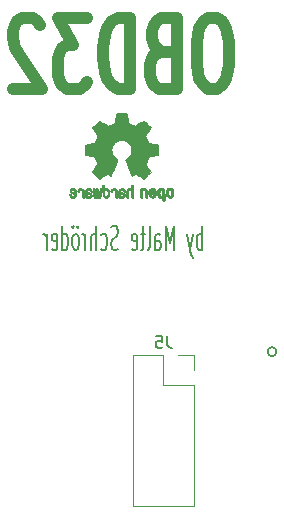
<source format=gbo>
G04 #@! TF.GenerationSoftware,KiCad,Pcbnew,5.1.10*
G04 #@! TF.CreationDate,2021-05-11T19:26:58+02:00*
G04 #@! TF.ProjectId,obd32,6f626433-322e-46b6-9963-61645f706362,rev?*
G04 #@! TF.SameCoordinates,Original*
G04 #@! TF.FileFunction,Legend,Bot*
G04 #@! TF.FilePolarity,Positive*
%FSLAX46Y46*%
G04 Gerber Fmt 4.6, Leading zero omitted, Abs format (unit mm)*
G04 Created by KiCad (PCBNEW 5.1.10) date 2021-05-11 19:26:58*
%MOMM*%
%LPD*%
G01*
G04 APERTURE LIST*
%ADD10C,0.150000*%
%ADD11C,1.000000*%
%ADD12C,0.010000*%
%ADD13C,0.120000*%
%ADD14C,0.152400*%
G04 APERTURE END LIST*
D10*
X239267166Y-90630261D02*
X239267166Y-88630261D01*
X239267166Y-89392166D02*
X239171928Y-89296928D01*
X238981452Y-89296928D01*
X238886214Y-89392166D01*
X238838595Y-89487404D01*
X238790976Y-89677880D01*
X238790976Y-90249309D01*
X238838595Y-90439785D01*
X238886214Y-90535023D01*
X238981452Y-90630261D01*
X239171928Y-90630261D01*
X239267166Y-90535023D01*
X238457642Y-89296928D02*
X238219547Y-90630261D01*
X237981452Y-89296928D02*
X238219547Y-90630261D01*
X238314785Y-91106452D01*
X238362404Y-91201690D01*
X238457642Y-91296928D01*
X236838595Y-90630261D02*
X236838595Y-88630261D01*
X236505261Y-90058833D01*
X236171928Y-88630261D01*
X236171928Y-90630261D01*
X235267166Y-90630261D02*
X235267166Y-89582642D01*
X235314785Y-89392166D01*
X235410023Y-89296928D01*
X235600500Y-89296928D01*
X235695738Y-89392166D01*
X235267166Y-90535023D02*
X235362404Y-90630261D01*
X235600500Y-90630261D01*
X235695738Y-90535023D01*
X235743357Y-90344547D01*
X235743357Y-90154071D01*
X235695738Y-89963595D01*
X235600500Y-89868357D01*
X235362404Y-89868357D01*
X235267166Y-89773119D01*
X234648119Y-90630261D02*
X234743357Y-90535023D01*
X234790976Y-90344547D01*
X234790976Y-88630261D01*
X234410023Y-89296928D02*
X234029071Y-89296928D01*
X234267166Y-88630261D02*
X234267166Y-90344547D01*
X234219547Y-90535023D01*
X234124309Y-90630261D01*
X234029071Y-90630261D01*
X233314785Y-90535023D02*
X233410023Y-90630261D01*
X233600500Y-90630261D01*
X233695738Y-90535023D01*
X233743357Y-90344547D01*
X233743357Y-89582642D01*
X233695738Y-89392166D01*
X233600500Y-89296928D01*
X233410023Y-89296928D01*
X233314785Y-89392166D01*
X233267166Y-89582642D01*
X233267166Y-89773119D01*
X233743357Y-89963595D01*
X232124309Y-90535023D02*
X231981452Y-90630261D01*
X231743357Y-90630261D01*
X231648119Y-90535023D01*
X231600500Y-90439785D01*
X231552880Y-90249309D01*
X231552880Y-90058833D01*
X231600500Y-89868357D01*
X231648119Y-89773119D01*
X231743357Y-89677880D01*
X231933833Y-89582642D01*
X232029071Y-89487404D01*
X232076690Y-89392166D01*
X232124309Y-89201690D01*
X232124309Y-89011214D01*
X232076690Y-88820738D01*
X232029071Y-88725500D01*
X231933833Y-88630261D01*
X231695738Y-88630261D01*
X231552880Y-88725500D01*
X230695738Y-90535023D02*
X230790976Y-90630261D01*
X230981452Y-90630261D01*
X231076690Y-90535023D01*
X231124309Y-90439785D01*
X231171928Y-90249309D01*
X231171928Y-89677880D01*
X231124309Y-89487404D01*
X231076690Y-89392166D01*
X230981452Y-89296928D01*
X230790976Y-89296928D01*
X230695738Y-89392166D01*
X230267166Y-90630261D02*
X230267166Y-88630261D01*
X229838595Y-90630261D02*
X229838595Y-89582642D01*
X229886214Y-89392166D01*
X229981452Y-89296928D01*
X230124309Y-89296928D01*
X230219547Y-89392166D01*
X230267166Y-89487404D01*
X229362404Y-90630261D02*
X229362404Y-89296928D01*
X229362404Y-89677880D02*
X229314785Y-89487404D01*
X229267166Y-89392166D01*
X229171928Y-89296928D01*
X229076690Y-89296928D01*
X228600500Y-90630261D02*
X228695738Y-90535023D01*
X228743357Y-90439785D01*
X228790976Y-90249309D01*
X228790976Y-89677880D01*
X228743357Y-89487404D01*
X228695738Y-89392166D01*
X228600500Y-89296928D01*
X228457642Y-89296928D01*
X228362404Y-89392166D01*
X228314785Y-89487404D01*
X228267166Y-89677880D01*
X228267166Y-90249309D01*
X228314785Y-90439785D01*
X228362404Y-90535023D01*
X228457642Y-90630261D01*
X228600500Y-90630261D01*
X228695738Y-88630261D02*
X228648119Y-88725500D01*
X228695738Y-88820738D01*
X228743357Y-88725500D01*
X228695738Y-88630261D01*
X228695738Y-88820738D01*
X228314785Y-88630261D02*
X228267166Y-88725500D01*
X228314785Y-88820738D01*
X228362404Y-88725500D01*
X228314785Y-88630261D01*
X228314785Y-88820738D01*
X227410023Y-90630261D02*
X227410023Y-88630261D01*
X227410023Y-90535023D02*
X227505261Y-90630261D01*
X227695738Y-90630261D01*
X227790976Y-90535023D01*
X227838595Y-90439785D01*
X227886214Y-90249309D01*
X227886214Y-89677880D01*
X227838595Y-89487404D01*
X227790976Y-89392166D01*
X227695738Y-89296928D01*
X227505261Y-89296928D01*
X227410023Y-89392166D01*
X226552880Y-90535023D02*
X226648119Y-90630261D01*
X226838595Y-90630261D01*
X226933833Y-90535023D01*
X226981452Y-90344547D01*
X226981452Y-89582642D01*
X226933833Y-89392166D01*
X226838595Y-89296928D01*
X226648119Y-89296928D01*
X226552880Y-89392166D01*
X226505261Y-89582642D01*
X226505261Y-89773119D01*
X226981452Y-89963595D01*
X226076690Y-90630261D02*
X226076690Y-89296928D01*
X226076690Y-89677880D02*
X226029071Y-89487404D01*
X225981452Y-89392166D01*
X225886214Y-89296928D01*
X225790976Y-89296928D01*
D11*
X240536976Y-71009285D02*
X239775071Y-71009285D01*
X239394119Y-71295000D01*
X239013166Y-71866428D01*
X238822690Y-73009285D01*
X238822690Y-75009285D01*
X239013166Y-76152142D01*
X239394119Y-76723571D01*
X239775071Y-77009285D01*
X240536976Y-77009285D01*
X240917928Y-76723571D01*
X241298880Y-76152142D01*
X241489357Y-75009285D01*
X241489357Y-73009285D01*
X241298880Y-71866428D01*
X240917928Y-71295000D01*
X240536976Y-71009285D01*
X235775071Y-73866428D02*
X235203642Y-74152142D01*
X235013166Y-74437857D01*
X234822690Y-75009285D01*
X234822690Y-75866428D01*
X235013166Y-76437857D01*
X235203642Y-76723571D01*
X235584595Y-77009285D01*
X237108404Y-77009285D01*
X237108404Y-71009285D01*
X235775071Y-71009285D01*
X235394119Y-71295000D01*
X235203642Y-71580714D01*
X235013166Y-72152142D01*
X235013166Y-72723571D01*
X235203642Y-73295000D01*
X235394119Y-73580714D01*
X235775071Y-73866428D01*
X237108404Y-73866428D01*
X233108404Y-77009285D02*
X233108404Y-71009285D01*
X232156023Y-71009285D01*
X231584595Y-71295000D01*
X231203642Y-71866428D01*
X231013166Y-72437857D01*
X230822690Y-73580714D01*
X230822690Y-74437857D01*
X231013166Y-75580714D01*
X231203642Y-76152142D01*
X231584595Y-76723571D01*
X232156023Y-77009285D01*
X233108404Y-77009285D01*
X229489357Y-71009285D02*
X227013166Y-71009285D01*
X228346500Y-73295000D01*
X227775071Y-73295000D01*
X227394119Y-73580714D01*
X227203642Y-73866428D01*
X227013166Y-74437857D01*
X227013166Y-75866428D01*
X227203642Y-76437857D01*
X227394119Y-76723571D01*
X227775071Y-77009285D01*
X228917928Y-77009285D01*
X229298880Y-76723571D01*
X229489357Y-76437857D01*
X225489357Y-71580714D02*
X225298880Y-71295000D01*
X224917928Y-71009285D01*
X223965547Y-71009285D01*
X223584595Y-71295000D01*
X223394119Y-71580714D01*
X223203642Y-72152142D01*
X223203642Y-72723571D01*
X223394119Y-73580714D01*
X225679833Y-77009285D01*
X223203642Y-77009285D01*
D12*
G36*
X232270122Y-79091776D02*
G01*
X232164388Y-79092355D01*
X232087868Y-79093922D01*
X232035628Y-79096972D01*
X232002737Y-79101996D01*
X231984263Y-79109489D01*
X231975273Y-79119944D01*
X231970837Y-79133853D01*
X231970406Y-79135654D01*
X231963667Y-79168145D01*
X231951192Y-79232252D01*
X231934281Y-79321151D01*
X231914229Y-79428019D01*
X231892336Y-79546033D01*
X231891571Y-79550178D01*
X231869641Y-79665831D01*
X231849123Y-79768014D01*
X231831341Y-79850598D01*
X231817619Y-79907456D01*
X231809282Y-79932458D01*
X231808884Y-79932901D01*
X231784323Y-79945110D01*
X231733685Y-79965456D01*
X231667905Y-79989545D01*
X231667539Y-79989674D01*
X231584683Y-80020818D01*
X231487000Y-80060491D01*
X231394923Y-80100381D01*
X231390566Y-80102353D01*
X231240593Y-80170420D01*
X230908502Y-79943639D01*
X230806626Y-79874504D01*
X230714343Y-79812697D01*
X230636997Y-79761733D01*
X230579936Y-79725127D01*
X230548505Y-79706394D01*
X230545521Y-79705004D01*
X230522679Y-79711190D01*
X230480018Y-79741035D01*
X230415872Y-79795947D01*
X230328579Y-79877334D01*
X230239465Y-79963922D01*
X230153559Y-80049247D01*
X230076673Y-80127108D01*
X230013436Y-80192697D01*
X229968477Y-80241205D01*
X229946424Y-80267825D01*
X229945604Y-80269195D01*
X229943166Y-80287463D01*
X229952350Y-80317295D01*
X229975426Y-80362721D01*
X230014663Y-80427770D01*
X230072330Y-80516470D01*
X230149205Y-80630657D01*
X230217430Y-80731162D01*
X230278418Y-80821303D01*
X230328644Y-80895849D01*
X230364584Y-80949565D01*
X230382713Y-80977218D01*
X230383854Y-80979095D01*
X230381641Y-81005590D01*
X230364862Y-81057086D01*
X230336858Y-81123851D01*
X230326878Y-81145172D01*
X230283328Y-81240159D01*
X230236866Y-81347937D01*
X230199123Y-81441192D01*
X230171927Y-81510406D01*
X230150325Y-81563006D01*
X230137842Y-81590497D01*
X230136291Y-81592616D01*
X230113332Y-81596124D01*
X230059214Y-81605738D01*
X229981132Y-81620089D01*
X229886281Y-81637807D01*
X229781857Y-81657525D01*
X229675056Y-81677874D01*
X229573074Y-81697486D01*
X229483106Y-81714991D01*
X229412347Y-81729022D01*
X229367994Y-81738209D01*
X229357115Y-81740807D01*
X229345878Y-81747218D01*
X229337395Y-81761697D01*
X229331286Y-81789133D01*
X229327168Y-81834411D01*
X229324659Y-81902420D01*
X229323379Y-81998047D01*
X229322946Y-82126180D01*
X229322923Y-82178701D01*
X229322923Y-82605845D01*
X229425500Y-82626091D01*
X229482569Y-82637070D01*
X229567731Y-82653095D01*
X229670628Y-82672233D01*
X229780904Y-82692551D01*
X229811385Y-82698132D01*
X229913145Y-82717917D01*
X230001795Y-82737373D01*
X230069892Y-82754697D01*
X230109996Y-82768088D01*
X230116677Y-82772079D01*
X230133081Y-82800342D01*
X230156601Y-82855109D01*
X230182684Y-82925588D01*
X230187858Y-82940769D01*
X230222044Y-83034896D01*
X230264477Y-83141101D01*
X230306003Y-83236473D01*
X230306208Y-83236916D01*
X230375360Y-83386525D01*
X229920488Y-84055617D01*
X230212500Y-84348116D01*
X230300820Y-84435170D01*
X230381375Y-84511909D01*
X230449640Y-84574237D01*
X230501092Y-84618056D01*
X230531206Y-84639270D01*
X230535526Y-84640616D01*
X230560889Y-84630016D01*
X230612642Y-84600547D01*
X230685132Y-84555705D01*
X230772706Y-84498984D01*
X230867388Y-84435462D01*
X230963484Y-84370668D01*
X231049163Y-84314287D01*
X231118984Y-84269788D01*
X231167506Y-84240639D01*
X231189218Y-84230308D01*
X231215707Y-84239050D01*
X231265938Y-84262087D01*
X231329549Y-84294631D01*
X231336292Y-84298249D01*
X231421954Y-84341210D01*
X231480694Y-84362279D01*
X231517228Y-84362503D01*
X231536269Y-84342928D01*
X231536380Y-84342654D01*
X231545898Y-84319472D01*
X231568597Y-84264441D01*
X231602718Y-84181822D01*
X231646500Y-84075872D01*
X231698184Y-83950852D01*
X231756008Y-83811020D01*
X231812009Y-83675637D01*
X231873553Y-83526234D01*
X231930061Y-83387832D01*
X231979839Y-83264673D01*
X232021194Y-83161002D01*
X232052432Y-83081059D01*
X232071859Y-83029088D01*
X232077846Y-83009692D01*
X232062832Y-82987443D01*
X232023561Y-82951982D01*
X231971193Y-82912887D01*
X231822059Y-82789245D01*
X231705489Y-82647522D01*
X231622882Y-82490704D01*
X231575634Y-82321775D01*
X231565143Y-82143722D01*
X231572769Y-82061539D01*
X231614318Y-81891031D01*
X231685877Y-81740459D01*
X231783005Y-81611309D01*
X231901266Y-81505064D01*
X232036220Y-81423210D01*
X232183429Y-81367232D01*
X232338456Y-81338615D01*
X232496861Y-81338844D01*
X232654206Y-81369405D01*
X232806054Y-81431782D01*
X232947965Y-81527460D01*
X233007197Y-81581572D01*
X233120797Y-81720520D01*
X233199894Y-81872361D01*
X233245014Y-82032667D01*
X233256684Y-82197012D01*
X233235431Y-82360971D01*
X233181780Y-82520118D01*
X233096260Y-82670025D01*
X232979395Y-82806267D01*
X232848807Y-82912887D01*
X232794412Y-82953642D01*
X232755986Y-82988718D01*
X232742154Y-83009726D01*
X232749397Y-83032635D01*
X232769995Y-83087365D01*
X232802254Y-83169672D01*
X232844479Y-83275315D01*
X232894977Y-83400050D01*
X232952052Y-83539636D01*
X233008146Y-83675670D01*
X233070033Y-83825201D01*
X233127356Y-83963767D01*
X233178356Y-84087107D01*
X233221273Y-84190964D01*
X233254347Y-84271080D01*
X233275819Y-84323195D01*
X233283775Y-84342654D01*
X233302571Y-84362423D01*
X233338926Y-84362365D01*
X233397521Y-84341441D01*
X233483032Y-84298613D01*
X233483708Y-84298249D01*
X233548093Y-84265012D01*
X233600139Y-84240802D01*
X233629488Y-84230404D01*
X233630783Y-84230308D01*
X233652876Y-84240855D01*
X233701652Y-84270184D01*
X233771669Y-84314827D01*
X233857486Y-84371314D01*
X233952612Y-84435462D01*
X234049460Y-84500411D01*
X234136747Y-84556896D01*
X234208819Y-84601421D01*
X234260023Y-84630490D01*
X234284474Y-84640616D01*
X234306990Y-84627307D01*
X234352258Y-84590112D01*
X234415756Y-84533128D01*
X234492961Y-84460449D01*
X234579349Y-84376171D01*
X234607601Y-84348016D01*
X234899713Y-84055416D01*
X234677369Y-83729104D01*
X234609798Y-83628897D01*
X234550493Y-83538963D01*
X234502783Y-83464510D01*
X234469993Y-83410751D01*
X234455452Y-83382894D01*
X234455026Y-83380912D01*
X234462692Y-83354655D01*
X234483311Y-83301837D01*
X234513315Y-83231310D01*
X234534375Y-83184093D01*
X234573752Y-83093694D01*
X234610835Y-83002366D01*
X234639585Y-82925200D01*
X234647395Y-82901692D01*
X234669583Y-82838916D01*
X234691273Y-82790411D01*
X234703187Y-82772079D01*
X234729477Y-82760859D01*
X234786858Y-82744954D01*
X234867882Y-82726167D01*
X234965105Y-82706299D01*
X235008615Y-82698132D01*
X235119104Y-82677829D01*
X235225084Y-82658170D01*
X235316199Y-82641088D01*
X235382092Y-82628518D01*
X235394500Y-82626091D01*
X235497077Y-82605845D01*
X235497077Y-82178701D01*
X235496847Y-82038246D01*
X235495901Y-81931979D01*
X235493859Y-81855013D01*
X235490338Y-81802460D01*
X235484957Y-81769433D01*
X235477334Y-81751045D01*
X235467088Y-81742408D01*
X235462885Y-81740807D01*
X235437530Y-81735127D01*
X235381516Y-81723795D01*
X235302036Y-81708179D01*
X235206288Y-81689647D01*
X235101467Y-81669569D01*
X234994768Y-81649312D01*
X234893387Y-81630246D01*
X234804521Y-81613739D01*
X234735363Y-81601159D01*
X234693111Y-81593875D01*
X234683710Y-81592616D01*
X234675193Y-81575763D01*
X234656340Y-81530870D01*
X234630676Y-81466430D01*
X234620877Y-81441192D01*
X234581352Y-81343686D01*
X234534808Y-81235959D01*
X234493123Y-81145172D01*
X234462450Y-81075753D01*
X234442044Y-81018710D01*
X234435232Y-80983777D01*
X234436318Y-80979095D01*
X234450715Y-80956991D01*
X234483588Y-80907831D01*
X234531410Y-80836848D01*
X234590652Y-80749278D01*
X234657785Y-80650357D01*
X234671059Y-80630830D01*
X234748954Y-80515140D01*
X234806213Y-80427044D01*
X234845119Y-80362486D01*
X234867956Y-80317411D01*
X234877006Y-80287763D01*
X234874552Y-80269485D01*
X234874489Y-80269369D01*
X234855173Y-80245361D01*
X234812449Y-80198947D01*
X234750949Y-80134937D01*
X234675302Y-80058145D01*
X234590139Y-79973382D01*
X234580535Y-79963922D01*
X234473210Y-79859989D01*
X234390385Y-79783675D01*
X234330395Y-79733571D01*
X234291577Y-79708270D01*
X234274480Y-79705004D01*
X234249527Y-79719250D01*
X234197745Y-79752156D01*
X234124480Y-79800208D01*
X234035080Y-79859890D01*
X233934889Y-79927688D01*
X233911499Y-79943639D01*
X233579407Y-80170420D01*
X233429435Y-80102353D01*
X233338230Y-80062685D01*
X233240331Y-80022791D01*
X233156169Y-79990983D01*
X233152462Y-79989674D01*
X233086631Y-79965576D01*
X233035884Y-79945200D01*
X233011158Y-79932936D01*
X233011116Y-79932901D01*
X233003271Y-79910734D01*
X232989934Y-79856217D01*
X232972430Y-79775480D01*
X232952083Y-79674650D01*
X232930218Y-79559856D01*
X232928429Y-79550178D01*
X232906496Y-79431904D01*
X232886360Y-79324542D01*
X232869320Y-79234917D01*
X232856672Y-79169851D01*
X232849716Y-79136168D01*
X232849594Y-79135654D01*
X232845361Y-79121325D01*
X232837129Y-79110507D01*
X232819967Y-79102706D01*
X232788942Y-79097429D01*
X232739122Y-79094182D01*
X232665576Y-79092472D01*
X232563371Y-79091807D01*
X232427575Y-79091693D01*
X232410000Y-79091692D01*
X232270122Y-79091776D01*
G37*
X232270122Y-79091776D02*
X232164388Y-79092355D01*
X232087868Y-79093922D01*
X232035628Y-79096972D01*
X232002737Y-79101996D01*
X231984263Y-79109489D01*
X231975273Y-79119944D01*
X231970837Y-79133853D01*
X231970406Y-79135654D01*
X231963667Y-79168145D01*
X231951192Y-79232252D01*
X231934281Y-79321151D01*
X231914229Y-79428019D01*
X231892336Y-79546033D01*
X231891571Y-79550178D01*
X231869641Y-79665831D01*
X231849123Y-79768014D01*
X231831341Y-79850598D01*
X231817619Y-79907456D01*
X231809282Y-79932458D01*
X231808884Y-79932901D01*
X231784323Y-79945110D01*
X231733685Y-79965456D01*
X231667905Y-79989545D01*
X231667539Y-79989674D01*
X231584683Y-80020818D01*
X231487000Y-80060491D01*
X231394923Y-80100381D01*
X231390566Y-80102353D01*
X231240593Y-80170420D01*
X230908502Y-79943639D01*
X230806626Y-79874504D01*
X230714343Y-79812697D01*
X230636997Y-79761733D01*
X230579936Y-79725127D01*
X230548505Y-79706394D01*
X230545521Y-79705004D01*
X230522679Y-79711190D01*
X230480018Y-79741035D01*
X230415872Y-79795947D01*
X230328579Y-79877334D01*
X230239465Y-79963922D01*
X230153559Y-80049247D01*
X230076673Y-80127108D01*
X230013436Y-80192697D01*
X229968477Y-80241205D01*
X229946424Y-80267825D01*
X229945604Y-80269195D01*
X229943166Y-80287463D01*
X229952350Y-80317295D01*
X229975426Y-80362721D01*
X230014663Y-80427770D01*
X230072330Y-80516470D01*
X230149205Y-80630657D01*
X230217430Y-80731162D01*
X230278418Y-80821303D01*
X230328644Y-80895849D01*
X230364584Y-80949565D01*
X230382713Y-80977218D01*
X230383854Y-80979095D01*
X230381641Y-81005590D01*
X230364862Y-81057086D01*
X230336858Y-81123851D01*
X230326878Y-81145172D01*
X230283328Y-81240159D01*
X230236866Y-81347937D01*
X230199123Y-81441192D01*
X230171927Y-81510406D01*
X230150325Y-81563006D01*
X230137842Y-81590497D01*
X230136291Y-81592616D01*
X230113332Y-81596124D01*
X230059214Y-81605738D01*
X229981132Y-81620089D01*
X229886281Y-81637807D01*
X229781857Y-81657525D01*
X229675056Y-81677874D01*
X229573074Y-81697486D01*
X229483106Y-81714991D01*
X229412347Y-81729022D01*
X229367994Y-81738209D01*
X229357115Y-81740807D01*
X229345878Y-81747218D01*
X229337395Y-81761697D01*
X229331286Y-81789133D01*
X229327168Y-81834411D01*
X229324659Y-81902420D01*
X229323379Y-81998047D01*
X229322946Y-82126180D01*
X229322923Y-82178701D01*
X229322923Y-82605845D01*
X229425500Y-82626091D01*
X229482569Y-82637070D01*
X229567731Y-82653095D01*
X229670628Y-82672233D01*
X229780904Y-82692551D01*
X229811385Y-82698132D01*
X229913145Y-82717917D01*
X230001795Y-82737373D01*
X230069892Y-82754697D01*
X230109996Y-82768088D01*
X230116677Y-82772079D01*
X230133081Y-82800342D01*
X230156601Y-82855109D01*
X230182684Y-82925588D01*
X230187858Y-82940769D01*
X230222044Y-83034896D01*
X230264477Y-83141101D01*
X230306003Y-83236473D01*
X230306208Y-83236916D01*
X230375360Y-83386525D01*
X229920488Y-84055617D01*
X230212500Y-84348116D01*
X230300820Y-84435170D01*
X230381375Y-84511909D01*
X230449640Y-84574237D01*
X230501092Y-84618056D01*
X230531206Y-84639270D01*
X230535526Y-84640616D01*
X230560889Y-84630016D01*
X230612642Y-84600547D01*
X230685132Y-84555705D01*
X230772706Y-84498984D01*
X230867388Y-84435462D01*
X230963484Y-84370668D01*
X231049163Y-84314287D01*
X231118984Y-84269788D01*
X231167506Y-84240639D01*
X231189218Y-84230308D01*
X231215707Y-84239050D01*
X231265938Y-84262087D01*
X231329549Y-84294631D01*
X231336292Y-84298249D01*
X231421954Y-84341210D01*
X231480694Y-84362279D01*
X231517228Y-84362503D01*
X231536269Y-84342928D01*
X231536380Y-84342654D01*
X231545898Y-84319472D01*
X231568597Y-84264441D01*
X231602718Y-84181822D01*
X231646500Y-84075872D01*
X231698184Y-83950852D01*
X231756008Y-83811020D01*
X231812009Y-83675637D01*
X231873553Y-83526234D01*
X231930061Y-83387832D01*
X231979839Y-83264673D01*
X232021194Y-83161002D01*
X232052432Y-83081059D01*
X232071859Y-83029088D01*
X232077846Y-83009692D01*
X232062832Y-82987443D01*
X232023561Y-82951982D01*
X231971193Y-82912887D01*
X231822059Y-82789245D01*
X231705489Y-82647522D01*
X231622882Y-82490704D01*
X231575634Y-82321775D01*
X231565143Y-82143722D01*
X231572769Y-82061539D01*
X231614318Y-81891031D01*
X231685877Y-81740459D01*
X231783005Y-81611309D01*
X231901266Y-81505064D01*
X232036220Y-81423210D01*
X232183429Y-81367232D01*
X232338456Y-81338615D01*
X232496861Y-81338844D01*
X232654206Y-81369405D01*
X232806054Y-81431782D01*
X232947965Y-81527460D01*
X233007197Y-81581572D01*
X233120797Y-81720520D01*
X233199894Y-81872361D01*
X233245014Y-82032667D01*
X233256684Y-82197012D01*
X233235431Y-82360971D01*
X233181780Y-82520118D01*
X233096260Y-82670025D01*
X232979395Y-82806267D01*
X232848807Y-82912887D01*
X232794412Y-82953642D01*
X232755986Y-82988718D01*
X232742154Y-83009726D01*
X232749397Y-83032635D01*
X232769995Y-83087365D01*
X232802254Y-83169672D01*
X232844479Y-83275315D01*
X232894977Y-83400050D01*
X232952052Y-83539636D01*
X233008146Y-83675670D01*
X233070033Y-83825201D01*
X233127356Y-83963767D01*
X233178356Y-84087107D01*
X233221273Y-84190964D01*
X233254347Y-84271080D01*
X233275819Y-84323195D01*
X233283775Y-84342654D01*
X233302571Y-84362423D01*
X233338926Y-84362365D01*
X233397521Y-84341441D01*
X233483032Y-84298613D01*
X233483708Y-84298249D01*
X233548093Y-84265012D01*
X233600139Y-84240802D01*
X233629488Y-84230404D01*
X233630783Y-84230308D01*
X233652876Y-84240855D01*
X233701652Y-84270184D01*
X233771669Y-84314827D01*
X233857486Y-84371314D01*
X233952612Y-84435462D01*
X234049460Y-84500411D01*
X234136747Y-84556896D01*
X234208819Y-84601421D01*
X234260023Y-84630490D01*
X234284474Y-84640616D01*
X234306990Y-84627307D01*
X234352258Y-84590112D01*
X234415756Y-84533128D01*
X234492961Y-84460449D01*
X234579349Y-84376171D01*
X234607601Y-84348016D01*
X234899713Y-84055416D01*
X234677369Y-83729104D01*
X234609798Y-83628897D01*
X234550493Y-83538963D01*
X234502783Y-83464510D01*
X234469993Y-83410751D01*
X234455452Y-83382894D01*
X234455026Y-83380912D01*
X234462692Y-83354655D01*
X234483311Y-83301837D01*
X234513315Y-83231310D01*
X234534375Y-83184093D01*
X234573752Y-83093694D01*
X234610835Y-83002366D01*
X234639585Y-82925200D01*
X234647395Y-82901692D01*
X234669583Y-82838916D01*
X234691273Y-82790411D01*
X234703187Y-82772079D01*
X234729477Y-82760859D01*
X234786858Y-82744954D01*
X234867882Y-82726167D01*
X234965105Y-82706299D01*
X235008615Y-82698132D01*
X235119104Y-82677829D01*
X235225084Y-82658170D01*
X235316199Y-82641088D01*
X235382092Y-82628518D01*
X235394500Y-82626091D01*
X235497077Y-82605845D01*
X235497077Y-82178701D01*
X235496847Y-82038246D01*
X235495901Y-81931979D01*
X235493859Y-81855013D01*
X235490338Y-81802460D01*
X235484957Y-81769433D01*
X235477334Y-81751045D01*
X235467088Y-81742408D01*
X235462885Y-81740807D01*
X235437530Y-81735127D01*
X235381516Y-81723795D01*
X235302036Y-81708179D01*
X235206288Y-81689647D01*
X235101467Y-81669569D01*
X234994768Y-81649312D01*
X234893387Y-81630246D01*
X234804521Y-81613739D01*
X234735363Y-81601159D01*
X234693111Y-81593875D01*
X234683710Y-81592616D01*
X234675193Y-81575763D01*
X234656340Y-81530870D01*
X234630676Y-81466430D01*
X234620877Y-81441192D01*
X234581352Y-81343686D01*
X234534808Y-81235959D01*
X234493123Y-81145172D01*
X234462450Y-81075753D01*
X234442044Y-81018710D01*
X234435232Y-80983777D01*
X234436318Y-80979095D01*
X234450715Y-80956991D01*
X234483588Y-80907831D01*
X234531410Y-80836848D01*
X234590652Y-80749278D01*
X234657785Y-80650357D01*
X234671059Y-80630830D01*
X234748954Y-80515140D01*
X234806213Y-80427044D01*
X234845119Y-80362486D01*
X234867956Y-80317411D01*
X234877006Y-80287763D01*
X234874552Y-80269485D01*
X234874489Y-80269369D01*
X234855173Y-80245361D01*
X234812449Y-80198947D01*
X234750949Y-80134937D01*
X234675302Y-80058145D01*
X234590139Y-79973382D01*
X234580535Y-79963922D01*
X234473210Y-79859989D01*
X234390385Y-79783675D01*
X234330395Y-79733571D01*
X234291577Y-79708270D01*
X234274480Y-79705004D01*
X234249527Y-79719250D01*
X234197745Y-79752156D01*
X234124480Y-79800208D01*
X234035080Y-79859890D01*
X233934889Y-79927688D01*
X233911499Y-79943639D01*
X233579407Y-80170420D01*
X233429435Y-80102353D01*
X233338230Y-80062685D01*
X233240331Y-80022791D01*
X233156169Y-79990983D01*
X233152462Y-79989674D01*
X233086631Y-79965576D01*
X233035884Y-79945200D01*
X233011158Y-79932936D01*
X233011116Y-79932901D01*
X233003271Y-79910734D01*
X232989934Y-79856217D01*
X232972430Y-79775480D01*
X232952083Y-79674650D01*
X232930218Y-79559856D01*
X232928429Y-79550178D01*
X232906496Y-79431904D01*
X232886360Y-79324542D01*
X232869320Y-79234917D01*
X232856672Y-79169851D01*
X232849716Y-79136168D01*
X232849594Y-79135654D01*
X232845361Y-79121325D01*
X232837129Y-79110507D01*
X232819967Y-79102706D01*
X232788942Y-79097429D01*
X232739122Y-79094182D01*
X232665576Y-79092472D01*
X232563371Y-79091807D01*
X232427575Y-79091693D01*
X232410000Y-79091692D01*
X232270122Y-79091776D01*
G36*
X228164776Y-85451838D02*
G01*
X228087472Y-85502361D01*
X228050186Y-85547590D01*
X228020647Y-85629663D01*
X228018301Y-85694607D01*
X228023615Y-85781445D01*
X228223885Y-85869103D01*
X228321261Y-85913887D01*
X228384887Y-85949913D01*
X228417971Y-85981117D01*
X228423720Y-86011436D01*
X228405342Y-86044805D01*
X228385077Y-86066923D01*
X228326111Y-86102393D01*
X228261976Y-86104879D01*
X228203074Y-86077235D01*
X228159803Y-86022320D01*
X228152064Y-86002928D01*
X228114994Y-85942364D01*
X228072346Y-85916552D01*
X228013846Y-85894471D01*
X228013846Y-85978184D01*
X228019018Y-86035150D01*
X228039277Y-86083189D01*
X228081738Y-86138346D01*
X228088049Y-86145514D01*
X228135280Y-86194585D01*
X228175879Y-86220920D01*
X228226672Y-86233035D01*
X228268780Y-86237003D01*
X228344098Y-86237991D01*
X228397714Y-86225466D01*
X228431162Y-86206869D01*
X228483732Y-86165975D01*
X228520121Y-86121748D01*
X228543150Y-86066126D01*
X228555641Y-85991047D01*
X228560413Y-85888449D01*
X228560794Y-85836376D01*
X228559499Y-85773948D01*
X228441529Y-85773948D01*
X228440161Y-85807438D01*
X228436751Y-85812923D01*
X228414247Y-85805472D01*
X228365818Y-85785753D01*
X228301092Y-85757718D01*
X228287557Y-85751692D01*
X228205756Y-85710096D01*
X228160688Y-85673538D01*
X228150783Y-85639296D01*
X228174474Y-85604648D01*
X228194040Y-85589339D01*
X228264640Y-85558721D01*
X228330720Y-85563780D01*
X228386041Y-85601151D01*
X228424364Y-85667473D01*
X228436651Y-85720116D01*
X228441529Y-85773948D01*
X228559499Y-85773948D01*
X228558270Y-85714720D01*
X228548968Y-85624710D01*
X228530540Y-85559167D01*
X228500640Y-85510912D01*
X228456920Y-85472767D01*
X228437859Y-85460440D01*
X228351274Y-85428336D01*
X228256478Y-85426316D01*
X228164776Y-85451838D01*
G37*
X228164776Y-85451838D02*
X228087472Y-85502361D01*
X228050186Y-85547590D01*
X228020647Y-85629663D01*
X228018301Y-85694607D01*
X228023615Y-85781445D01*
X228223885Y-85869103D01*
X228321261Y-85913887D01*
X228384887Y-85949913D01*
X228417971Y-85981117D01*
X228423720Y-86011436D01*
X228405342Y-86044805D01*
X228385077Y-86066923D01*
X228326111Y-86102393D01*
X228261976Y-86104879D01*
X228203074Y-86077235D01*
X228159803Y-86022320D01*
X228152064Y-86002928D01*
X228114994Y-85942364D01*
X228072346Y-85916552D01*
X228013846Y-85894471D01*
X228013846Y-85978184D01*
X228019018Y-86035150D01*
X228039277Y-86083189D01*
X228081738Y-86138346D01*
X228088049Y-86145514D01*
X228135280Y-86194585D01*
X228175879Y-86220920D01*
X228226672Y-86233035D01*
X228268780Y-86237003D01*
X228344098Y-86237991D01*
X228397714Y-86225466D01*
X228431162Y-86206869D01*
X228483732Y-86165975D01*
X228520121Y-86121748D01*
X228543150Y-86066126D01*
X228555641Y-85991047D01*
X228560413Y-85888449D01*
X228560794Y-85836376D01*
X228559499Y-85773948D01*
X228441529Y-85773948D01*
X228440161Y-85807438D01*
X228436751Y-85812923D01*
X228414247Y-85805472D01*
X228365818Y-85785753D01*
X228301092Y-85757718D01*
X228287557Y-85751692D01*
X228205756Y-85710096D01*
X228160688Y-85673538D01*
X228150783Y-85639296D01*
X228174474Y-85604648D01*
X228194040Y-85589339D01*
X228264640Y-85558721D01*
X228330720Y-85563780D01*
X228386041Y-85601151D01*
X228424364Y-85667473D01*
X228436651Y-85720116D01*
X228441529Y-85773948D01*
X228559499Y-85773948D01*
X228558270Y-85714720D01*
X228548968Y-85624710D01*
X228530540Y-85559167D01*
X228500640Y-85510912D01*
X228456920Y-85472767D01*
X228437859Y-85460440D01*
X228351274Y-85428336D01*
X228256478Y-85426316D01*
X228164776Y-85451838D01*
G36*
X228839193Y-85440782D02*
G01*
X228815839Y-85450988D01*
X228760098Y-85495134D01*
X228712431Y-85558967D01*
X228682952Y-85627087D01*
X228678154Y-85660670D01*
X228694240Y-85707556D01*
X228729525Y-85732365D01*
X228767356Y-85747387D01*
X228784679Y-85750155D01*
X228793114Y-85730066D01*
X228809770Y-85686351D01*
X228817077Y-85666598D01*
X228858052Y-85598271D01*
X228917378Y-85564191D01*
X228993448Y-85565239D01*
X228999082Y-85566581D01*
X229039695Y-85585836D01*
X229069552Y-85623375D01*
X229089945Y-85683809D01*
X229102164Y-85771751D01*
X229107500Y-85891813D01*
X229108000Y-85955698D01*
X229108248Y-86056403D01*
X229109874Y-86125054D01*
X229114199Y-86168673D01*
X229122546Y-86194282D01*
X229136235Y-86208903D01*
X229156589Y-86219558D01*
X229157766Y-86220095D01*
X229196962Y-86236667D01*
X229216381Y-86242769D01*
X229219365Y-86224319D01*
X229221919Y-86173323D01*
X229223860Y-86096308D01*
X229225003Y-85999805D01*
X229225231Y-85929184D01*
X229224068Y-85792525D01*
X229219521Y-85688851D01*
X229210001Y-85612108D01*
X229193919Y-85556246D01*
X229169687Y-85515212D01*
X229135714Y-85482954D01*
X229102167Y-85460440D01*
X229021501Y-85430476D01*
X228927619Y-85423718D01*
X228839193Y-85440782D01*
G37*
X228839193Y-85440782D02*
X228815839Y-85450988D01*
X228760098Y-85495134D01*
X228712431Y-85558967D01*
X228682952Y-85627087D01*
X228678154Y-85660670D01*
X228694240Y-85707556D01*
X228729525Y-85732365D01*
X228767356Y-85747387D01*
X228784679Y-85750155D01*
X228793114Y-85730066D01*
X228809770Y-85686351D01*
X228817077Y-85666598D01*
X228858052Y-85598271D01*
X228917378Y-85564191D01*
X228993448Y-85565239D01*
X228999082Y-85566581D01*
X229039695Y-85585836D01*
X229069552Y-85623375D01*
X229089945Y-85683809D01*
X229102164Y-85771751D01*
X229107500Y-85891813D01*
X229108000Y-85955698D01*
X229108248Y-86056403D01*
X229109874Y-86125054D01*
X229114199Y-86168673D01*
X229122546Y-86194282D01*
X229136235Y-86208903D01*
X229156589Y-86219558D01*
X229157766Y-86220095D01*
X229196962Y-86236667D01*
X229216381Y-86242769D01*
X229219365Y-86224319D01*
X229221919Y-86173323D01*
X229223860Y-86096308D01*
X229225003Y-85999805D01*
X229225231Y-85929184D01*
X229224068Y-85792525D01*
X229219521Y-85688851D01*
X229210001Y-85612108D01*
X229193919Y-85556246D01*
X229169687Y-85515212D01*
X229135714Y-85482954D01*
X229102167Y-85460440D01*
X229021501Y-85430476D01*
X228927619Y-85423718D01*
X228839193Y-85440782D01*
G36*
X229522667Y-85437528D02*
G01*
X229466410Y-85463117D01*
X229422253Y-85494124D01*
X229389899Y-85528795D01*
X229367562Y-85573520D01*
X229353454Y-85634692D01*
X229345789Y-85718701D01*
X229342780Y-85831940D01*
X229342462Y-85906509D01*
X229342462Y-86197420D01*
X229392227Y-86220095D01*
X229431424Y-86236667D01*
X229450843Y-86242769D01*
X229454558Y-86224610D01*
X229457505Y-86175648D01*
X229459309Y-86104153D01*
X229459692Y-86047385D01*
X229461339Y-85965371D01*
X229465778Y-85900309D01*
X229472260Y-85860467D01*
X229477410Y-85852000D01*
X229512023Y-85860646D01*
X229566360Y-85882823D01*
X229629278Y-85912886D01*
X229689632Y-85945192D01*
X229736279Y-85974098D01*
X229758074Y-85993961D01*
X229758161Y-85994175D01*
X229756286Y-86030935D01*
X229739475Y-86066026D01*
X229709961Y-86094528D01*
X229666884Y-86104061D01*
X229630068Y-86102950D01*
X229577926Y-86102133D01*
X229550556Y-86114349D01*
X229534118Y-86146624D01*
X229532045Y-86152710D01*
X229524919Y-86198739D01*
X229543976Y-86226687D01*
X229593647Y-86240007D01*
X229647303Y-86242470D01*
X229743858Y-86224210D01*
X229793841Y-86198131D01*
X229855571Y-86136868D01*
X229888310Y-86061670D01*
X229891247Y-85982211D01*
X229863576Y-85908167D01*
X229821953Y-85861769D01*
X229780396Y-85835793D01*
X229715078Y-85802907D01*
X229638962Y-85769557D01*
X229626274Y-85764461D01*
X229542667Y-85727565D01*
X229494470Y-85695046D01*
X229478970Y-85662718D01*
X229493450Y-85626394D01*
X229518308Y-85598000D01*
X229577061Y-85563039D01*
X229641707Y-85560417D01*
X229700992Y-85587358D01*
X229743661Y-85641088D01*
X229749261Y-85654950D01*
X229781867Y-85705936D01*
X229829470Y-85743787D01*
X229889539Y-85774850D01*
X229889539Y-85686768D01*
X229886003Y-85632951D01*
X229870844Y-85590534D01*
X229837232Y-85545279D01*
X229804965Y-85510420D01*
X229754791Y-85461062D01*
X229715807Y-85434547D01*
X229673936Y-85423911D01*
X229626540Y-85422154D01*
X229522667Y-85437528D01*
G37*
X229522667Y-85437528D02*
X229466410Y-85463117D01*
X229422253Y-85494124D01*
X229389899Y-85528795D01*
X229367562Y-85573520D01*
X229353454Y-85634692D01*
X229345789Y-85718701D01*
X229342780Y-85831940D01*
X229342462Y-85906509D01*
X229342462Y-86197420D01*
X229392227Y-86220095D01*
X229431424Y-86236667D01*
X229450843Y-86242769D01*
X229454558Y-86224610D01*
X229457505Y-86175648D01*
X229459309Y-86104153D01*
X229459692Y-86047385D01*
X229461339Y-85965371D01*
X229465778Y-85900309D01*
X229472260Y-85860467D01*
X229477410Y-85852000D01*
X229512023Y-85860646D01*
X229566360Y-85882823D01*
X229629278Y-85912886D01*
X229689632Y-85945192D01*
X229736279Y-85974098D01*
X229758074Y-85993961D01*
X229758161Y-85994175D01*
X229756286Y-86030935D01*
X229739475Y-86066026D01*
X229709961Y-86094528D01*
X229666884Y-86104061D01*
X229630068Y-86102950D01*
X229577926Y-86102133D01*
X229550556Y-86114349D01*
X229534118Y-86146624D01*
X229532045Y-86152710D01*
X229524919Y-86198739D01*
X229543976Y-86226687D01*
X229593647Y-86240007D01*
X229647303Y-86242470D01*
X229743858Y-86224210D01*
X229793841Y-86198131D01*
X229855571Y-86136868D01*
X229888310Y-86061670D01*
X229891247Y-85982211D01*
X229863576Y-85908167D01*
X229821953Y-85861769D01*
X229780396Y-85835793D01*
X229715078Y-85802907D01*
X229638962Y-85769557D01*
X229626274Y-85764461D01*
X229542667Y-85727565D01*
X229494470Y-85695046D01*
X229478970Y-85662718D01*
X229493450Y-85626394D01*
X229518308Y-85598000D01*
X229577061Y-85563039D01*
X229641707Y-85560417D01*
X229700992Y-85587358D01*
X229743661Y-85641088D01*
X229749261Y-85654950D01*
X229781867Y-85705936D01*
X229829470Y-85743787D01*
X229889539Y-85774850D01*
X229889539Y-85686768D01*
X229886003Y-85632951D01*
X229870844Y-85590534D01*
X229837232Y-85545279D01*
X229804965Y-85510420D01*
X229754791Y-85461062D01*
X229715807Y-85434547D01*
X229673936Y-85423911D01*
X229626540Y-85422154D01*
X229522667Y-85437528D01*
G36*
X230014071Y-85440662D02*
G01*
X230011089Y-85492068D01*
X230008753Y-85570192D01*
X230007251Y-85668857D01*
X230006769Y-85772343D01*
X230006769Y-86122533D01*
X230068599Y-86184363D01*
X230111207Y-86222462D01*
X230148610Y-86237895D01*
X230199730Y-86236918D01*
X230220022Y-86234433D01*
X230283446Y-86227200D01*
X230335905Y-86223055D01*
X230348692Y-86222672D01*
X230391801Y-86225176D01*
X230453456Y-86231462D01*
X230477362Y-86234433D01*
X230536078Y-86239028D01*
X230575536Y-86229046D01*
X230614662Y-86198228D01*
X230628785Y-86184363D01*
X230690615Y-86122533D01*
X230690615Y-85467503D01*
X230640850Y-85444829D01*
X230597998Y-85428034D01*
X230572927Y-85422154D01*
X230566499Y-85440736D01*
X230560491Y-85492655D01*
X230555303Y-85572172D01*
X230551336Y-85673546D01*
X230549423Y-85759192D01*
X230544077Y-86096231D01*
X230497440Y-86102825D01*
X230455024Y-86098214D01*
X230434240Y-86083287D01*
X230428430Y-86055377D01*
X230423470Y-85995925D01*
X230419754Y-85912466D01*
X230417676Y-85812532D01*
X230417376Y-85761104D01*
X230417077Y-85465054D01*
X230355546Y-85443604D01*
X230311996Y-85429020D01*
X230288306Y-85422219D01*
X230287623Y-85422154D01*
X230285246Y-85440642D01*
X230282634Y-85491906D01*
X230280005Y-85569649D01*
X230277579Y-85667574D01*
X230275885Y-85759192D01*
X230270539Y-86096231D01*
X230153308Y-86096231D01*
X230147928Y-85788746D01*
X230142549Y-85481261D01*
X230085399Y-85451707D01*
X230043203Y-85431413D01*
X230018230Y-85422204D01*
X230017509Y-85422154D01*
X230014071Y-85440662D01*
G37*
X230014071Y-85440662D02*
X230011089Y-85492068D01*
X230008753Y-85570192D01*
X230007251Y-85668857D01*
X230006769Y-85772343D01*
X230006769Y-86122533D01*
X230068599Y-86184363D01*
X230111207Y-86222462D01*
X230148610Y-86237895D01*
X230199730Y-86236918D01*
X230220022Y-86234433D01*
X230283446Y-86227200D01*
X230335905Y-86223055D01*
X230348692Y-86222672D01*
X230391801Y-86225176D01*
X230453456Y-86231462D01*
X230477362Y-86234433D01*
X230536078Y-86239028D01*
X230575536Y-86229046D01*
X230614662Y-86198228D01*
X230628785Y-86184363D01*
X230690615Y-86122533D01*
X230690615Y-85467503D01*
X230640850Y-85444829D01*
X230597998Y-85428034D01*
X230572927Y-85422154D01*
X230566499Y-85440736D01*
X230560491Y-85492655D01*
X230555303Y-85572172D01*
X230551336Y-85673546D01*
X230549423Y-85759192D01*
X230544077Y-86096231D01*
X230497440Y-86102825D01*
X230455024Y-86098214D01*
X230434240Y-86083287D01*
X230428430Y-86055377D01*
X230423470Y-85995925D01*
X230419754Y-85912466D01*
X230417676Y-85812532D01*
X230417376Y-85761104D01*
X230417077Y-85465054D01*
X230355546Y-85443604D01*
X230311996Y-85429020D01*
X230288306Y-85422219D01*
X230287623Y-85422154D01*
X230285246Y-85440642D01*
X230282634Y-85491906D01*
X230280005Y-85569649D01*
X230277579Y-85667574D01*
X230275885Y-85759192D01*
X230270539Y-86096231D01*
X230153308Y-86096231D01*
X230147928Y-85788746D01*
X230142549Y-85481261D01*
X230085399Y-85451707D01*
X230043203Y-85431413D01*
X230018230Y-85422204D01*
X230017509Y-85422154D01*
X230014071Y-85440662D01*
G36*
X230807919Y-85584289D02*
G01*
X230808167Y-85730320D01*
X230809128Y-85842655D01*
X230811206Y-85926678D01*
X230814807Y-85987769D01*
X230820335Y-86031309D01*
X230828196Y-86062679D01*
X230838793Y-86087262D01*
X230846818Y-86101294D01*
X230913272Y-86177388D01*
X230997530Y-86225084D01*
X231090751Y-86242199D01*
X231184100Y-86226546D01*
X231239688Y-86198418D01*
X231298043Y-86149760D01*
X231337814Y-86090333D01*
X231361810Y-86012507D01*
X231372839Y-85908652D01*
X231374401Y-85832462D01*
X231374191Y-85826986D01*
X231237692Y-85826986D01*
X231236859Y-85914355D01*
X231233039Y-85972192D01*
X231224254Y-86010029D01*
X231208526Y-86037398D01*
X231189734Y-86058042D01*
X231126625Y-86097890D01*
X231058863Y-86101295D01*
X230994821Y-86068025D01*
X230989836Y-86063517D01*
X230968561Y-86040067D01*
X230955221Y-86012166D01*
X230947999Y-85970641D01*
X230945077Y-85906316D01*
X230944615Y-85835200D01*
X230945617Y-85745858D01*
X230949762Y-85686258D01*
X230958764Y-85647089D01*
X230974333Y-85619040D01*
X230987098Y-85604144D01*
X231046400Y-85566575D01*
X231114699Y-85562057D01*
X231179890Y-85590753D01*
X231192472Y-85601406D01*
X231213889Y-85625063D01*
X231227256Y-85653251D01*
X231234434Y-85695245D01*
X231237281Y-85760319D01*
X231237692Y-85826986D01*
X231374191Y-85826986D01*
X231369678Y-85709765D01*
X231353638Y-85617577D01*
X231323472Y-85548269D01*
X231276371Y-85494211D01*
X231239688Y-85466505D01*
X231173010Y-85436572D01*
X231095728Y-85422678D01*
X231023890Y-85426397D01*
X230983692Y-85441400D01*
X230967918Y-85445670D01*
X230957450Y-85429750D01*
X230950144Y-85387089D01*
X230944615Y-85322106D01*
X230938563Y-85249732D01*
X230930156Y-85206187D01*
X230914859Y-85181287D01*
X230888136Y-85164845D01*
X230871346Y-85157564D01*
X230807846Y-85130963D01*
X230807919Y-85584289D01*
G37*
X230807919Y-85584289D02*
X230808167Y-85730320D01*
X230809128Y-85842655D01*
X230811206Y-85926678D01*
X230814807Y-85987769D01*
X230820335Y-86031309D01*
X230828196Y-86062679D01*
X230838793Y-86087262D01*
X230846818Y-86101294D01*
X230913272Y-86177388D01*
X230997530Y-86225084D01*
X231090751Y-86242199D01*
X231184100Y-86226546D01*
X231239688Y-86198418D01*
X231298043Y-86149760D01*
X231337814Y-86090333D01*
X231361810Y-86012507D01*
X231372839Y-85908652D01*
X231374401Y-85832462D01*
X231374191Y-85826986D01*
X231237692Y-85826986D01*
X231236859Y-85914355D01*
X231233039Y-85972192D01*
X231224254Y-86010029D01*
X231208526Y-86037398D01*
X231189734Y-86058042D01*
X231126625Y-86097890D01*
X231058863Y-86101295D01*
X230994821Y-86068025D01*
X230989836Y-86063517D01*
X230968561Y-86040067D01*
X230955221Y-86012166D01*
X230947999Y-85970641D01*
X230945077Y-85906316D01*
X230944615Y-85835200D01*
X230945617Y-85745858D01*
X230949762Y-85686258D01*
X230958764Y-85647089D01*
X230974333Y-85619040D01*
X230987098Y-85604144D01*
X231046400Y-85566575D01*
X231114699Y-85562057D01*
X231179890Y-85590753D01*
X231192472Y-85601406D01*
X231213889Y-85625063D01*
X231227256Y-85653251D01*
X231234434Y-85695245D01*
X231237281Y-85760319D01*
X231237692Y-85826986D01*
X231374191Y-85826986D01*
X231369678Y-85709765D01*
X231353638Y-85617577D01*
X231323472Y-85548269D01*
X231276371Y-85494211D01*
X231239688Y-85466505D01*
X231173010Y-85436572D01*
X231095728Y-85422678D01*
X231023890Y-85426397D01*
X230983692Y-85441400D01*
X230967918Y-85445670D01*
X230957450Y-85429750D01*
X230950144Y-85387089D01*
X230944615Y-85322106D01*
X230938563Y-85249732D01*
X230930156Y-85206187D01*
X230914859Y-85181287D01*
X230888136Y-85164845D01*
X230871346Y-85157564D01*
X230807846Y-85130963D01*
X230807919Y-85584289D01*
G36*
X231696638Y-85428670D02*
G01*
X231607883Y-85461421D01*
X231535978Y-85519350D01*
X231507856Y-85560128D01*
X231477198Y-85634954D01*
X231477835Y-85689058D01*
X231510013Y-85725446D01*
X231521919Y-85731633D01*
X231573325Y-85750925D01*
X231599578Y-85745982D01*
X231608470Y-85713587D01*
X231608923Y-85695692D01*
X231625203Y-85629859D01*
X231667635Y-85583807D01*
X231726612Y-85561564D01*
X231792525Y-85567161D01*
X231846105Y-85596229D01*
X231864202Y-85612810D01*
X231877029Y-85632925D01*
X231885694Y-85663332D01*
X231891304Y-85710788D01*
X231894965Y-85782050D01*
X231897785Y-85883875D01*
X231898516Y-85916115D01*
X231901180Y-86026410D01*
X231904208Y-86104036D01*
X231908750Y-86155396D01*
X231915954Y-86186890D01*
X231926967Y-86204920D01*
X231942940Y-86215888D01*
X231953166Y-86220733D01*
X231996594Y-86237301D01*
X232022158Y-86242769D01*
X232030605Y-86224507D01*
X232035761Y-86169296D01*
X232037654Y-86076499D01*
X232036311Y-85945478D01*
X232035893Y-85925269D01*
X232032942Y-85805733D01*
X232029452Y-85718449D01*
X232024486Y-85656591D01*
X232017107Y-85613336D01*
X232006376Y-85581860D01*
X231991355Y-85555339D01*
X231983498Y-85543975D01*
X231938447Y-85493692D01*
X231888060Y-85454581D01*
X231881892Y-85451167D01*
X231791542Y-85424212D01*
X231696638Y-85428670D01*
G37*
X231696638Y-85428670D02*
X231607883Y-85461421D01*
X231535978Y-85519350D01*
X231507856Y-85560128D01*
X231477198Y-85634954D01*
X231477835Y-85689058D01*
X231510013Y-85725446D01*
X231521919Y-85731633D01*
X231573325Y-85750925D01*
X231599578Y-85745982D01*
X231608470Y-85713587D01*
X231608923Y-85695692D01*
X231625203Y-85629859D01*
X231667635Y-85583807D01*
X231726612Y-85561564D01*
X231792525Y-85567161D01*
X231846105Y-85596229D01*
X231864202Y-85612810D01*
X231877029Y-85632925D01*
X231885694Y-85663332D01*
X231891304Y-85710788D01*
X231894965Y-85782050D01*
X231897785Y-85883875D01*
X231898516Y-85916115D01*
X231901180Y-86026410D01*
X231904208Y-86104036D01*
X231908750Y-86155396D01*
X231915954Y-86186890D01*
X231926967Y-86204920D01*
X231942940Y-86215888D01*
X231953166Y-86220733D01*
X231996594Y-86237301D01*
X232022158Y-86242769D01*
X232030605Y-86224507D01*
X232035761Y-86169296D01*
X232037654Y-86076499D01*
X232036311Y-85945478D01*
X232035893Y-85925269D01*
X232032942Y-85805733D01*
X232029452Y-85718449D01*
X232024486Y-85656591D01*
X232017107Y-85613336D01*
X232006376Y-85581860D01*
X231991355Y-85555339D01*
X231983498Y-85543975D01*
X231938447Y-85493692D01*
X231888060Y-85454581D01*
X231881892Y-85451167D01*
X231791542Y-85424212D01*
X231696638Y-85428670D01*
G36*
X232356499Y-85430303D02*
G01*
X232279940Y-85458733D01*
X232279064Y-85459279D01*
X232231715Y-85494127D01*
X232196759Y-85534852D01*
X232172175Y-85587925D01*
X232155938Y-85659814D01*
X232146025Y-85756992D01*
X232140414Y-85885928D01*
X232139923Y-85904298D01*
X232132859Y-86181287D01*
X232192305Y-86212028D01*
X232235319Y-86232802D01*
X232261290Y-86242646D01*
X232262491Y-86242769D01*
X232266986Y-86224606D01*
X232270556Y-86175612D01*
X232272752Y-86104031D01*
X232273231Y-86046068D01*
X232273242Y-85952170D01*
X232277534Y-85893203D01*
X232292497Y-85865079D01*
X232324518Y-85863706D01*
X232379986Y-85884998D01*
X232463731Y-85924136D01*
X232525311Y-85956643D01*
X232556983Y-85984845D01*
X232566294Y-86015582D01*
X232566308Y-86017104D01*
X232550943Y-86070054D01*
X232505453Y-86098660D01*
X232435834Y-86102803D01*
X232385687Y-86102084D01*
X232359246Y-86116527D01*
X232342757Y-86151218D01*
X232333267Y-86195416D01*
X232346943Y-86220493D01*
X232352093Y-86224082D01*
X232400575Y-86238496D01*
X232468469Y-86240537D01*
X232538388Y-86230983D01*
X232587932Y-86213522D01*
X232656430Y-86155364D01*
X232695366Y-86074408D01*
X232703077Y-86011160D01*
X232697193Y-85954111D01*
X232675899Y-85907542D01*
X232633735Y-85866181D01*
X232565241Y-85824755D01*
X232464956Y-85777993D01*
X232458846Y-85775350D01*
X232368510Y-85733617D01*
X232312765Y-85699391D01*
X232288871Y-85668635D01*
X232294087Y-85637311D01*
X232325672Y-85601383D01*
X232335117Y-85593116D01*
X232398383Y-85561058D01*
X232463936Y-85562407D01*
X232521028Y-85593838D01*
X232558907Y-85652024D01*
X232562426Y-85663446D01*
X232596700Y-85718837D01*
X232640191Y-85745518D01*
X232703077Y-85771960D01*
X232703077Y-85703548D01*
X232683948Y-85604110D01*
X232627169Y-85512902D01*
X232597622Y-85482389D01*
X232530458Y-85443228D01*
X232445044Y-85425500D01*
X232356499Y-85430303D01*
G37*
X232356499Y-85430303D02*
X232279940Y-85458733D01*
X232279064Y-85459279D01*
X232231715Y-85494127D01*
X232196759Y-85534852D01*
X232172175Y-85587925D01*
X232155938Y-85659814D01*
X232146025Y-85756992D01*
X232140414Y-85885928D01*
X232139923Y-85904298D01*
X232132859Y-86181287D01*
X232192305Y-86212028D01*
X232235319Y-86232802D01*
X232261290Y-86242646D01*
X232262491Y-86242769D01*
X232266986Y-86224606D01*
X232270556Y-86175612D01*
X232272752Y-86104031D01*
X232273231Y-86046068D01*
X232273242Y-85952170D01*
X232277534Y-85893203D01*
X232292497Y-85865079D01*
X232324518Y-85863706D01*
X232379986Y-85884998D01*
X232463731Y-85924136D01*
X232525311Y-85956643D01*
X232556983Y-85984845D01*
X232566294Y-86015582D01*
X232566308Y-86017104D01*
X232550943Y-86070054D01*
X232505453Y-86098660D01*
X232435834Y-86102803D01*
X232385687Y-86102084D01*
X232359246Y-86116527D01*
X232342757Y-86151218D01*
X232333267Y-86195416D01*
X232346943Y-86220493D01*
X232352093Y-86224082D01*
X232400575Y-86238496D01*
X232468469Y-86240537D01*
X232538388Y-86230983D01*
X232587932Y-86213522D01*
X232656430Y-86155364D01*
X232695366Y-86074408D01*
X232703077Y-86011160D01*
X232697193Y-85954111D01*
X232675899Y-85907542D01*
X232633735Y-85866181D01*
X232565241Y-85824755D01*
X232464956Y-85777993D01*
X232458846Y-85775350D01*
X232368510Y-85733617D01*
X232312765Y-85699391D01*
X232288871Y-85668635D01*
X232294087Y-85637311D01*
X232325672Y-85601383D01*
X232335117Y-85593116D01*
X232398383Y-85561058D01*
X232463936Y-85562407D01*
X232521028Y-85593838D01*
X232558907Y-85652024D01*
X232562426Y-85663446D01*
X232596700Y-85718837D01*
X232640191Y-85745518D01*
X232703077Y-85771960D01*
X232703077Y-85703548D01*
X232683948Y-85604110D01*
X232627169Y-85512902D01*
X232597622Y-85482389D01*
X232530458Y-85443228D01*
X232445044Y-85425500D01*
X232356499Y-85430303D01*
G36*
X233250154Y-85296120D02*
G01*
X233244428Y-85375980D01*
X233237851Y-85423039D01*
X233228738Y-85443566D01*
X233215402Y-85443829D01*
X233211077Y-85441378D01*
X233153556Y-85423636D01*
X233078732Y-85424672D01*
X233002661Y-85442910D01*
X232955082Y-85466505D01*
X232906298Y-85504198D01*
X232870636Y-85546855D01*
X232846155Y-85601057D01*
X232830913Y-85673384D01*
X232822970Y-85770419D01*
X232820384Y-85898742D01*
X232820338Y-85923358D01*
X232820308Y-86199870D01*
X232881839Y-86221320D01*
X232925541Y-86235912D01*
X232949518Y-86242706D01*
X232950223Y-86242769D01*
X232952585Y-86224345D01*
X232954594Y-86173526D01*
X232956099Y-86096993D01*
X232956947Y-86001430D01*
X232957077Y-85943329D01*
X232957349Y-85828771D01*
X232958748Y-85746667D01*
X232962151Y-85690393D01*
X232968433Y-85653326D01*
X232978471Y-85628844D01*
X232993139Y-85610325D01*
X233002298Y-85601406D01*
X233065211Y-85565466D01*
X233133864Y-85562775D01*
X233196152Y-85593170D01*
X233207671Y-85604144D01*
X233224567Y-85624779D01*
X233236286Y-85649256D01*
X233243767Y-85684647D01*
X233247946Y-85738026D01*
X233249763Y-85816466D01*
X233250154Y-85924617D01*
X233250154Y-86199870D01*
X233311685Y-86221320D01*
X233355387Y-86235912D01*
X233379364Y-86242706D01*
X233380070Y-86242769D01*
X233381874Y-86224069D01*
X233383500Y-86171322D01*
X233384883Y-86089557D01*
X233385958Y-85983805D01*
X233386660Y-85859094D01*
X233386923Y-85720455D01*
X233386923Y-85185806D01*
X233259923Y-85132236D01*
X233250154Y-85296120D01*
G37*
X233250154Y-85296120D02*
X233244428Y-85375980D01*
X233237851Y-85423039D01*
X233228738Y-85443566D01*
X233215402Y-85443829D01*
X233211077Y-85441378D01*
X233153556Y-85423636D01*
X233078732Y-85424672D01*
X233002661Y-85442910D01*
X232955082Y-85466505D01*
X232906298Y-85504198D01*
X232870636Y-85546855D01*
X232846155Y-85601057D01*
X232830913Y-85673384D01*
X232822970Y-85770419D01*
X232820384Y-85898742D01*
X232820338Y-85923358D01*
X232820308Y-86199870D01*
X232881839Y-86221320D01*
X232925541Y-86235912D01*
X232949518Y-86242706D01*
X232950223Y-86242769D01*
X232952585Y-86224345D01*
X232954594Y-86173526D01*
X232956099Y-86096993D01*
X232956947Y-86001430D01*
X232957077Y-85943329D01*
X232957349Y-85828771D01*
X232958748Y-85746667D01*
X232962151Y-85690393D01*
X232968433Y-85653326D01*
X232978471Y-85628844D01*
X232993139Y-85610325D01*
X233002298Y-85601406D01*
X233065211Y-85565466D01*
X233133864Y-85562775D01*
X233196152Y-85593170D01*
X233207671Y-85604144D01*
X233224567Y-85624779D01*
X233236286Y-85649256D01*
X233243767Y-85684647D01*
X233247946Y-85738026D01*
X233249763Y-85816466D01*
X233250154Y-85924617D01*
X233250154Y-86199870D01*
X233311685Y-86221320D01*
X233355387Y-86235912D01*
X233379364Y-86242706D01*
X233380070Y-86242769D01*
X233381874Y-86224069D01*
X233383500Y-86171322D01*
X233384883Y-86089557D01*
X233385958Y-85983805D01*
X233386660Y-85859094D01*
X233386923Y-85720455D01*
X233386923Y-85185806D01*
X233259923Y-85132236D01*
X233250154Y-85296120D01*
G36*
X234875746Y-85403745D02*
G01*
X234798714Y-85455567D01*
X234739184Y-85530412D01*
X234703622Y-85625654D01*
X234696429Y-85695756D01*
X234697246Y-85725009D01*
X234704086Y-85747407D01*
X234722888Y-85767474D01*
X234759592Y-85789733D01*
X234820138Y-85818709D01*
X234910466Y-85858927D01*
X234910923Y-85859129D01*
X234994067Y-85897210D01*
X235062247Y-85931025D01*
X235108495Y-85956933D01*
X235125842Y-85971295D01*
X235125846Y-85971411D01*
X235110557Y-86002685D01*
X235074804Y-86037157D01*
X235033758Y-86061990D01*
X235012963Y-86066923D01*
X234956230Y-86049862D01*
X234907373Y-86007133D01*
X234883535Y-85960155D01*
X234860603Y-85925522D01*
X234815682Y-85886081D01*
X234762877Y-85852009D01*
X234716290Y-85833480D01*
X234706548Y-85832462D01*
X234695582Y-85849215D01*
X234694921Y-85892039D01*
X234702980Y-85949781D01*
X234718173Y-86011289D01*
X234738914Y-86065409D01*
X234739962Y-86067510D01*
X234802379Y-86154660D01*
X234883274Y-86213939D01*
X234975144Y-86243034D01*
X235070487Y-86239634D01*
X235161802Y-86201428D01*
X235165862Y-86198741D01*
X235237694Y-86133642D01*
X235284927Y-86048705D01*
X235311066Y-85937021D01*
X235314574Y-85905643D01*
X235320787Y-85757536D01*
X235313339Y-85688468D01*
X235125846Y-85688468D01*
X235123410Y-85731552D01*
X235110086Y-85744126D01*
X235076868Y-85734719D01*
X235024506Y-85712483D01*
X234965976Y-85684610D01*
X234964521Y-85683872D01*
X234914911Y-85657777D01*
X234895000Y-85640363D01*
X234899910Y-85622107D01*
X234920584Y-85598120D01*
X234973181Y-85563406D01*
X235029823Y-85560856D01*
X235080631Y-85586119D01*
X235115724Y-85634847D01*
X235125846Y-85688468D01*
X235313339Y-85688468D01*
X235308008Y-85639036D01*
X235275222Y-85545055D01*
X235229579Y-85479215D01*
X235147198Y-85412681D01*
X235056454Y-85379676D01*
X234963815Y-85377573D01*
X234875746Y-85403745D01*
G37*
X234875746Y-85403745D02*
X234798714Y-85455567D01*
X234739184Y-85530412D01*
X234703622Y-85625654D01*
X234696429Y-85695756D01*
X234697246Y-85725009D01*
X234704086Y-85747407D01*
X234722888Y-85767474D01*
X234759592Y-85789733D01*
X234820138Y-85818709D01*
X234910466Y-85858927D01*
X234910923Y-85859129D01*
X234994067Y-85897210D01*
X235062247Y-85931025D01*
X235108495Y-85956933D01*
X235125842Y-85971295D01*
X235125846Y-85971411D01*
X235110557Y-86002685D01*
X235074804Y-86037157D01*
X235033758Y-86061990D01*
X235012963Y-86066923D01*
X234956230Y-86049862D01*
X234907373Y-86007133D01*
X234883535Y-85960155D01*
X234860603Y-85925522D01*
X234815682Y-85886081D01*
X234762877Y-85852009D01*
X234716290Y-85833480D01*
X234706548Y-85832462D01*
X234695582Y-85849215D01*
X234694921Y-85892039D01*
X234702980Y-85949781D01*
X234718173Y-86011289D01*
X234738914Y-86065409D01*
X234739962Y-86067510D01*
X234802379Y-86154660D01*
X234883274Y-86213939D01*
X234975144Y-86243034D01*
X235070487Y-86239634D01*
X235161802Y-86201428D01*
X235165862Y-86198741D01*
X235237694Y-86133642D01*
X235284927Y-86048705D01*
X235311066Y-85937021D01*
X235314574Y-85905643D01*
X235320787Y-85757536D01*
X235313339Y-85688468D01*
X235125846Y-85688468D01*
X235123410Y-85731552D01*
X235110086Y-85744126D01*
X235076868Y-85734719D01*
X235024506Y-85712483D01*
X234965976Y-85684610D01*
X234964521Y-85683872D01*
X234914911Y-85657777D01*
X234895000Y-85640363D01*
X234899910Y-85622107D01*
X234920584Y-85598120D01*
X234973181Y-85563406D01*
X235029823Y-85560856D01*
X235080631Y-85586119D01*
X235115724Y-85634847D01*
X235125846Y-85688468D01*
X235313339Y-85688468D01*
X235308008Y-85639036D01*
X235275222Y-85545055D01*
X235229579Y-85479215D01*
X235147198Y-85412681D01*
X235056454Y-85379676D01*
X234963815Y-85377573D01*
X234875746Y-85403745D01*
G36*
X236393114Y-85391256D02*
G01*
X236301536Y-85439409D01*
X236233951Y-85516905D01*
X236209943Y-85566727D01*
X236191262Y-85641533D01*
X236181699Y-85736052D01*
X236180792Y-85839210D01*
X236188079Y-85939935D01*
X236203097Y-86027153D01*
X236225385Y-86089791D01*
X236232235Y-86100579D01*
X236313368Y-86181105D01*
X236409734Y-86229336D01*
X236514299Y-86243450D01*
X236620032Y-86221629D01*
X236649457Y-86208547D01*
X236706759Y-86168231D01*
X236757050Y-86114775D01*
X236761803Y-86107995D01*
X236781122Y-86075321D01*
X236793892Y-86040394D01*
X236801436Y-85994414D01*
X236805076Y-85928584D01*
X236806135Y-85834105D01*
X236806154Y-85812923D01*
X236806106Y-85806182D01*
X236610769Y-85806182D01*
X236609632Y-85895349D01*
X236605159Y-85954520D01*
X236595754Y-85992741D01*
X236579824Y-86019053D01*
X236571692Y-86027846D01*
X236524942Y-86061261D01*
X236479553Y-86059737D01*
X236433660Y-86030752D01*
X236406288Y-85999809D01*
X236390077Y-85954643D01*
X236380974Y-85883420D01*
X236380349Y-85875114D01*
X236378796Y-85746037D01*
X236395035Y-85650172D01*
X236428848Y-85588107D01*
X236480016Y-85560432D01*
X236498280Y-85558923D01*
X236546240Y-85566513D01*
X236579047Y-85592808D01*
X236599105Y-85643095D01*
X236608822Y-85722664D01*
X236610769Y-85806182D01*
X236806106Y-85806182D01*
X236805426Y-85712249D01*
X236802371Y-85641906D01*
X236795678Y-85593163D01*
X236784040Y-85557288D01*
X236766147Y-85525548D01*
X236762192Y-85519648D01*
X236695733Y-85440104D01*
X236623315Y-85393929D01*
X236535151Y-85375599D01*
X236505213Y-85374703D01*
X236393114Y-85391256D01*
G37*
X236393114Y-85391256D02*
X236301536Y-85439409D01*
X236233951Y-85516905D01*
X236209943Y-85566727D01*
X236191262Y-85641533D01*
X236181699Y-85736052D01*
X236180792Y-85839210D01*
X236188079Y-85939935D01*
X236203097Y-86027153D01*
X236225385Y-86089791D01*
X236232235Y-86100579D01*
X236313368Y-86181105D01*
X236409734Y-86229336D01*
X236514299Y-86243450D01*
X236620032Y-86221629D01*
X236649457Y-86208547D01*
X236706759Y-86168231D01*
X236757050Y-86114775D01*
X236761803Y-86107995D01*
X236781122Y-86075321D01*
X236793892Y-86040394D01*
X236801436Y-85994414D01*
X236805076Y-85928584D01*
X236806135Y-85834105D01*
X236806154Y-85812923D01*
X236806106Y-85806182D01*
X236610769Y-85806182D01*
X236609632Y-85895349D01*
X236605159Y-85954520D01*
X236595754Y-85992741D01*
X236579824Y-86019053D01*
X236571692Y-86027846D01*
X236524942Y-86061261D01*
X236479553Y-86059737D01*
X236433660Y-86030752D01*
X236406288Y-85999809D01*
X236390077Y-85954643D01*
X236380974Y-85883420D01*
X236380349Y-85875114D01*
X236378796Y-85746037D01*
X236395035Y-85650172D01*
X236428848Y-85588107D01*
X236480016Y-85560432D01*
X236498280Y-85558923D01*
X236546240Y-85566513D01*
X236579047Y-85592808D01*
X236599105Y-85643095D01*
X236608822Y-85722664D01*
X236610769Y-85806182D01*
X236806106Y-85806182D01*
X236805426Y-85712249D01*
X236802371Y-85641906D01*
X236795678Y-85593163D01*
X236784040Y-85557288D01*
X236766147Y-85525548D01*
X236762192Y-85519648D01*
X236695733Y-85440104D01*
X236623315Y-85393929D01*
X236535151Y-85375599D01*
X236505213Y-85374703D01*
X236393114Y-85391256D01*
G36*
X234138336Y-85399089D02*
G01*
X234075633Y-85435358D01*
X234032039Y-85471358D01*
X234000155Y-85509075D01*
X233978190Y-85555199D01*
X233964351Y-85616421D01*
X233956847Y-85699431D01*
X233953883Y-85810919D01*
X233953539Y-85891062D01*
X233953539Y-86186065D01*
X234119615Y-86260515D01*
X234129385Y-85937402D01*
X234133421Y-85816729D01*
X234137656Y-85729141D01*
X234142903Y-85668650D01*
X234149975Y-85629268D01*
X234159689Y-85605007D01*
X234172856Y-85589880D01*
X234177081Y-85586606D01*
X234241091Y-85561034D01*
X234305792Y-85571153D01*
X234344308Y-85598000D01*
X234359975Y-85617024D01*
X234370820Y-85641988D01*
X234377712Y-85679834D01*
X234381521Y-85737502D01*
X234383117Y-85821935D01*
X234383385Y-85909928D01*
X234383437Y-86020323D01*
X234385328Y-86098463D01*
X234391655Y-86151165D01*
X234405017Y-86185242D01*
X234428015Y-86207511D01*
X234463246Y-86224787D01*
X234510303Y-86242738D01*
X234561697Y-86262278D01*
X234555579Y-85915485D01*
X234553116Y-85790468D01*
X234550233Y-85698082D01*
X234546102Y-85631881D01*
X234539893Y-85585420D01*
X234530774Y-85552256D01*
X234517917Y-85525944D01*
X234502416Y-85502729D01*
X234427629Y-85428569D01*
X234336372Y-85385684D01*
X234237117Y-85375412D01*
X234138336Y-85399089D01*
G37*
X234138336Y-85399089D02*
X234075633Y-85435358D01*
X234032039Y-85471358D01*
X234000155Y-85509075D01*
X233978190Y-85555199D01*
X233964351Y-85616421D01*
X233956847Y-85699431D01*
X233953883Y-85810919D01*
X233953539Y-85891062D01*
X233953539Y-86186065D01*
X234119615Y-86260515D01*
X234129385Y-85937402D01*
X234133421Y-85816729D01*
X234137656Y-85729141D01*
X234142903Y-85668650D01*
X234149975Y-85629268D01*
X234159689Y-85605007D01*
X234172856Y-85589880D01*
X234177081Y-85586606D01*
X234241091Y-85561034D01*
X234305792Y-85571153D01*
X234344308Y-85598000D01*
X234359975Y-85617024D01*
X234370820Y-85641988D01*
X234377712Y-85679834D01*
X234381521Y-85737502D01*
X234383117Y-85821935D01*
X234383385Y-85909928D01*
X234383437Y-86020323D01*
X234385328Y-86098463D01*
X234391655Y-86151165D01*
X234405017Y-86185242D01*
X234428015Y-86207511D01*
X234463246Y-86224787D01*
X234510303Y-86242738D01*
X234561697Y-86262278D01*
X234555579Y-85915485D01*
X234553116Y-85790468D01*
X234550233Y-85698082D01*
X234546102Y-85631881D01*
X234539893Y-85585420D01*
X234530774Y-85552256D01*
X234517917Y-85525944D01*
X234502416Y-85502729D01*
X234427629Y-85428569D01*
X234336372Y-85385684D01*
X234237117Y-85375412D01*
X234138336Y-85399089D01*
G36*
X235641114Y-85388505D02*
G01*
X235566461Y-85425727D01*
X235500569Y-85494261D01*
X235482423Y-85519648D01*
X235462655Y-85552866D01*
X235449828Y-85588945D01*
X235442490Y-85637098D01*
X235439187Y-85706536D01*
X235438462Y-85798206D01*
X235441737Y-85923830D01*
X235453123Y-86018154D01*
X235474959Y-86088523D01*
X235509581Y-86142286D01*
X235559330Y-86186788D01*
X235562986Y-86189423D01*
X235612015Y-86216377D01*
X235671055Y-86229712D01*
X235746141Y-86233000D01*
X235868205Y-86233000D01*
X235868256Y-86351497D01*
X235869392Y-86417492D01*
X235876314Y-86456202D01*
X235894402Y-86479419D01*
X235929038Y-86498933D01*
X235937355Y-86502920D01*
X235976280Y-86521603D01*
X236006417Y-86533403D01*
X236028826Y-86534422D01*
X236044567Y-86520761D01*
X236054698Y-86488522D01*
X236060277Y-86433804D01*
X236062365Y-86352711D01*
X236062019Y-86241344D01*
X236060300Y-86095802D01*
X236059763Y-86052269D01*
X236057828Y-85902205D01*
X236056096Y-85804042D01*
X235868308Y-85804042D01*
X235867252Y-85887364D01*
X235862562Y-85941880D01*
X235851949Y-85977837D01*
X235833128Y-86005482D01*
X235820350Y-86018965D01*
X235768110Y-86058417D01*
X235721858Y-86061628D01*
X235674133Y-86029049D01*
X235672923Y-86027846D01*
X235653506Y-86002668D01*
X235641693Y-85968447D01*
X235635735Y-85915748D01*
X235633880Y-85835131D01*
X235633846Y-85817271D01*
X235638330Y-85706175D01*
X235652926Y-85629161D01*
X235679350Y-85582147D01*
X235719317Y-85561050D01*
X235742416Y-85558923D01*
X235797238Y-85568900D01*
X235834842Y-85601752D01*
X235857477Y-85661857D01*
X235867394Y-85753598D01*
X235868308Y-85804042D01*
X236056096Y-85804042D01*
X236055778Y-85786060D01*
X236053127Y-85698679D01*
X236049394Y-85634905D01*
X236044093Y-85589582D01*
X236036742Y-85557555D01*
X236026857Y-85533668D01*
X236013954Y-85512764D01*
X236008421Y-85504898D01*
X235935031Y-85430595D01*
X235842240Y-85388467D01*
X235734904Y-85376722D01*
X235641114Y-85388505D01*
G37*
X235641114Y-85388505D02*
X235566461Y-85425727D01*
X235500569Y-85494261D01*
X235482423Y-85519648D01*
X235462655Y-85552866D01*
X235449828Y-85588945D01*
X235442490Y-85637098D01*
X235439187Y-85706536D01*
X235438462Y-85798206D01*
X235441737Y-85923830D01*
X235453123Y-86018154D01*
X235474959Y-86088523D01*
X235509581Y-86142286D01*
X235559330Y-86186788D01*
X235562986Y-86189423D01*
X235612015Y-86216377D01*
X235671055Y-86229712D01*
X235746141Y-86233000D01*
X235868205Y-86233000D01*
X235868256Y-86351497D01*
X235869392Y-86417492D01*
X235876314Y-86456202D01*
X235894402Y-86479419D01*
X235929038Y-86498933D01*
X235937355Y-86502920D01*
X235976280Y-86521603D01*
X236006417Y-86533403D01*
X236028826Y-86534422D01*
X236044567Y-86520761D01*
X236054698Y-86488522D01*
X236060277Y-86433804D01*
X236062365Y-86352711D01*
X236062019Y-86241344D01*
X236060300Y-86095802D01*
X236059763Y-86052269D01*
X236057828Y-85902205D01*
X236056096Y-85804042D01*
X235868308Y-85804042D01*
X235867252Y-85887364D01*
X235862562Y-85941880D01*
X235851949Y-85977837D01*
X235833128Y-86005482D01*
X235820350Y-86018965D01*
X235768110Y-86058417D01*
X235721858Y-86061628D01*
X235674133Y-86029049D01*
X235672923Y-86027846D01*
X235653506Y-86002668D01*
X235641693Y-85968447D01*
X235635735Y-85915748D01*
X235633880Y-85835131D01*
X235633846Y-85817271D01*
X235638330Y-85706175D01*
X235652926Y-85629161D01*
X235679350Y-85582147D01*
X235719317Y-85561050D01*
X235742416Y-85558923D01*
X235797238Y-85568900D01*
X235834842Y-85601752D01*
X235857477Y-85661857D01*
X235867394Y-85753598D01*
X235868308Y-85804042D01*
X236056096Y-85804042D01*
X236055778Y-85786060D01*
X236053127Y-85698679D01*
X236049394Y-85634905D01*
X236044093Y-85589582D01*
X236036742Y-85557555D01*
X236026857Y-85533668D01*
X236013954Y-85512764D01*
X236008421Y-85504898D01*
X235935031Y-85430595D01*
X235842240Y-85388467D01*
X235734904Y-85376722D01*
X235641114Y-85388505D01*
D13*
X238566000Y-112328000D02*
X233366000Y-112328000D01*
X238566000Y-102108000D02*
X238566000Y-112328000D01*
X233366000Y-99508000D02*
X233366000Y-112328000D01*
X238566000Y-102108000D02*
X235966000Y-102108000D01*
X235966000Y-102108000D02*
X235966000Y-99508000D01*
X235966000Y-99508000D02*
X233366000Y-99508000D01*
X238566000Y-100838000D02*
X238566000Y-99508000D01*
X238566000Y-99508000D02*
X237236000Y-99508000D01*
D14*
X245544500Y-99275500D02*
G75*
G03*
X245544500Y-99275500I-381000J0D01*
G01*
D10*
X236299333Y-97960380D02*
X236299333Y-98674666D01*
X236346952Y-98817523D01*
X236442190Y-98912761D01*
X236585047Y-98960380D01*
X236680285Y-98960380D01*
X235346952Y-97960380D02*
X235823142Y-97960380D01*
X235870761Y-98436571D01*
X235823142Y-98388952D01*
X235727904Y-98341333D01*
X235489809Y-98341333D01*
X235394571Y-98388952D01*
X235346952Y-98436571D01*
X235299333Y-98531809D01*
X235299333Y-98769904D01*
X235346952Y-98865142D01*
X235394571Y-98912761D01*
X235489809Y-98960380D01*
X235727904Y-98960380D01*
X235823142Y-98912761D01*
X235870761Y-98865142D01*
M02*

</source>
